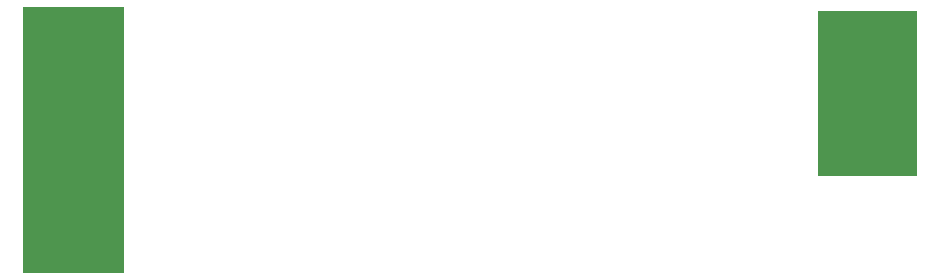
<source format=gbr>
G04 #@! TF.GenerationSoftware,KiCad,Pcbnew,9.0.1*
G04 #@! TF.CreationDate,2025-05-16T11:50:47+02:00*
G04 #@! TF.ProjectId,long flex with bend,6c6f6e67-2066-46c6-9578-207769746820,rev?*
G04 #@! TF.SameCoordinates,Original*
G04 #@! TF.FileFunction,Other,User*
%FSLAX46Y46*%
G04 Gerber Fmt 4.6, Leading zero omitted, Abs format (unit mm)*
G04 Created by KiCad (PCBNEW 9.0.1) date 2025-05-16 11:50:47*
%MOMM*%
%LPD*%
G01*
G04 APERTURE LIST*
%ADD10C,0.100000*%
G04 APERTURE END LIST*
D10*
X131000000Y-70550000D02*
X139500000Y-70550000D01*
X139500000Y-93000000D01*
X131000000Y-93000000D01*
X131000000Y-70550000D01*
G36*
X131000000Y-70550000D02*
G01*
X139500000Y-70550000D01*
X139500000Y-93000000D01*
X131000000Y-93000000D01*
X131000000Y-70550000D01*
G37*
X198300000Y-70900000D02*
X206600000Y-70900000D01*
X206600000Y-84800000D01*
X198300000Y-84800000D01*
X198300000Y-70900000D01*
G36*
X198300000Y-70900000D02*
G01*
X206600000Y-70900000D01*
X206600000Y-84800000D01*
X198300000Y-84800000D01*
X198300000Y-70900000D01*
G37*
M02*

</source>
